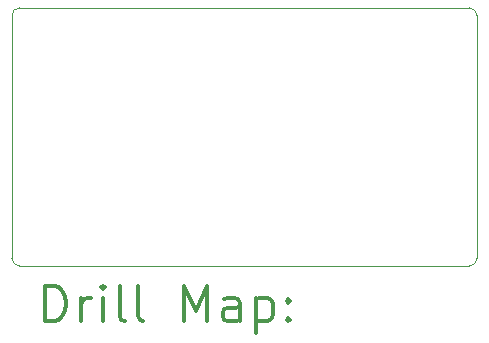
<source format=gbr>
%FSLAX45Y45*%
G04 Gerber Fmt 4.5, Leading zero omitted, Abs format (unit mm)*
G04 Created by KiCad (PCBNEW (5.1.2-1)-1) date 2023-07-30 19:20:17*
%MOMM*%
%LPD*%
G04 APERTURE LIST*
%ADD10C,0.050000*%
%ADD11C,0.200000*%
%ADD12C,0.300000*%
G04 APERTURE END LIST*
D10*
X4914900Y-1066800D02*
G75*
G02X4978400Y-1130300I0J-63500D01*
G01*
X4978400Y-3187700D02*
G75*
G02X4914900Y-3251200I-63500J0D01*
G01*
X1041400Y-1130300D02*
G75*
G02X1104900Y-1066800I63500J0D01*
G01*
X1104900Y-3251200D02*
G75*
G02X1041400Y-3187700I0J63500D01*
G01*
X1041400Y-1130300D02*
X1041400Y-3187700D01*
X4914900Y-3251200D02*
X1104900Y-3251200D01*
X4978400Y-1130300D02*
X4978400Y-3187700D01*
X1104900Y-1066800D02*
X4914900Y-1066800D01*
D11*
D12*
X1325328Y-3719414D02*
X1325328Y-3419414D01*
X1396757Y-3419414D01*
X1439614Y-3433700D01*
X1468186Y-3462271D01*
X1482471Y-3490843D01*
X1496757Y-3547986D01*
X1496757Y-3590843D01*
X1482471Y-3647986D01*
X1468186Y-3676557D01*
X1439614Y-3705129D01*
X1396757Y-3719414D01*
X1325328Y-3719414D01*
X1625328Y-3719414D02*
X1625328Y-3519414D01*
X1625328Y-3576557D02*
X1639614Y-3547986D01*
X1653900Y-3533700D01*
X1682471Y-3519414D01*
X1711043Y-3519414D01*
X1811043Y-3719414D02*
X1811043Y-3519414D01*
X1811043Y-3419414D02*
X1796757Y-3433700D01*
X1811043Y-3447986D01*
X1825328Y-3433700D01*
X1811043Y-3419414D01*
X1811043Y-3447986D01*
X1996757Y-3719414D02*
X1968186Y-3705129D01*
X1953900Y-3676557D01*
X1953900Y-3419414D01*
X2153900Y-3719414D02*
X2125328Y-3705129D01*
X2111043Y-3676557D01*
X2111043Y-3419414D01*
X2496757Y-3719414D02*
X2496757Y-3419414D01*
X2596757Y-3633700D01*
X2696757Y-3419414D01*
X2696757Y-3719414D01*
X2968186Y-3719414D02*
X2968186Y-3562271D01*
X2953900Y-3533700D01*
X2925328Y-3519414D01*
X2868186Y-3519414D01*
X2839614Y-3533700D01*
X2968186Y-3705129D02*
X2939614Y-3719414D01*
X2868186Y-3719414D01*
X2839614Y-3705129D01*
X2825328Y-3676557D01*
X2825328Y-3647986D01*
X2839614Y-3619414D01*
X2868186Y-3605129D01*
X2939614Y-3605129D01*
X2968186Y-3590843D01*
X3111043Y-3519414D02*
X3111043Y-3819414D01*
X3111043Y-3533700D02*
X3139614Y-3519414D01*
X3196757Y-3519414D01*
X3225328Y-3533700D01*
X3239614Y-3547986D01*
X3253900Y-3576557D01*
X3253900Y-3662271D01*
X3239614Y-3690843D01*
X3225328Y-3705129D01*
X3196757Y-3719414D01*
X3139614Y-3719414D01*
X3111043Y-3705129D01*
X3382471Y-3690843D02*
X3396757Y-3705129D01*
X3382471Y-3719414D01*
X3368186Y-3705129D01*
X3382471Y-3690843D01*
X3382471Y-3719414D01*
X3382471Y-3533700D02*
X3396757Y-3547986D01*
X3382471Y-3562271D01*
X3368186Y-3547986D01*
X3382471Y-3533700D01*
X3382471Y-3562271D01*
M02*

</source>
